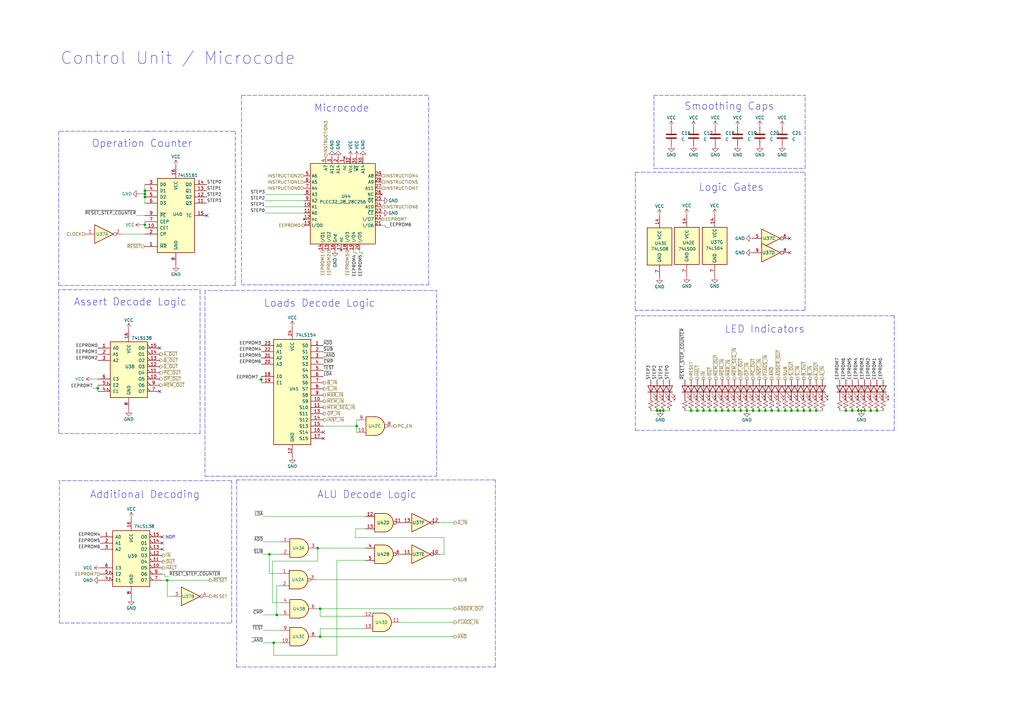
<source format=kicad_sch>
(kicad_sch (version 20211123) (generator eeschema)
  (paper "A3")
  (junction (at 306.324 168.402))
  (junction (at 131.318 249.682))
  (junction (at 286.004 168.402))
  (junction (at 327.152 168.402))
  (junction (at 288.544 168.402))
  (junction (at 346.964 168.402))
  (junction (at 354.584 168.402))
  (junction (at 301.244 168.402))
  (junction (at 130.302 224.79))
  (junction (at 131.318 261.112))
  (junction (at 353.314 168.402))
  (junction (at 322.072 168.402))
  (junction (at 359.664 168.402))
  (junction (at 107.188 155.702))
  (junction (at 283.464 168.402))
  (junction (at 349.504 168.402))
  (junction (at 270.764 168.402))
  (junction (at 357.124 168.402))
  (junction (at 298.704 168.402))
  (junction (at 59.436 92.202))
  (junction (at 303.784 168.402))
  (junction (at 296.164 168.402))
  (junction (at 113.538 252.222))
  (junction (at 311.404 168.402))
  (junction (at 59.436 79.502))
  (junction (at 319.278 168.402))
  (junction (at 68.58 237.998))
  (junction (at 332.232 168.402))
  (junction (at 329.692 168.402))
  (junction (at 146.304 174.752))
  (junction (at 324.612 168.402))
  (junction (at 313.944 168.402))
  (junction (at 352.044 168.402))
  (junction (at 112.268 263.652))
  (junction (at 334.772 168.402))
  (junction (at 40.132 159.258))
  (junction (at 272.034 168.402))
  (junction (at 269.494 168.402))
  (junction (at 110.49 227.33))
  (junction (at 59.436 80.772))
  (junction (at 291.084 168.402))
  (junction (at 316.484 168.402))
  (junction (at 308.864 168.402))
  (junction (at 59.436 78.232))
  (junction (at 293.624 168.402))
  (no_connect (at 66.548 220.218))
  (no_connect (at 84.836 88.392))
  (no_connect (at 65.532 160.528))
  (no_connect (at 132.588 179.832))
  (no_connect (at 132.588 177.292))
  (no_connect (at 66.548 225.298))
  (no_connect (at 66.548 222.758))
  (no_connect (at 65.532 142.748))
  (no_connect (at 323.85 103.632))
  (no_connect (at 323.85 97.79))
  (wire (pts (xy 130.048 237.744) (xy 186.182 237.744)))
  (polyline (pts (xy 297.18 39.116) (xy 330.2 39.116)))
  (wire (pts (xy 280.924 168.402) (xy 283.464 168.402)))
  (wire (pts (xy 301.244 168.402) (xy 303.784 168.402)))
  (wire (pts (xy 138.176 229.87) (xy 149.86 229.87)))
  (wire (pts (xy 59.436 78.232) (xy 59.436 75.692)))
  (wire (pts (xy 37.846 155.448) (xy 40.132 155.448)))
  (wire (pts (xy 110.49 227.33) (xy 115.062 227.33)))
  (wire (pts (xy 50.292 96.012) (xy 59.436 96.012)))
  (wire (pts (xy 291.084 168.402) (xy 293.624 168.402)))
  (wire (pts (xy 308.864 168.402) (xy 311.404 168.402)))
  (wire (pts (xy 69.342 236.474) (xy 67.564 236.474)))
  (wire (pts (xy 108.712 82.296) (xy 124.714 82.296)))
  (wire (pts (xy 68.58 237.998) (xy 85.852 237.998)))
  (polyline (pts (xy 314.706 129.54) (xy 366.776 129.54)))
  (wire (pts (xy 107.95 222.25) (xy 115.062 222.25)))
  (wire (pts (xy 113.538 252.222) (xy 115.062 252.222)))
  (wire (pts (xy 59.436 80.772) (xy 59.436 83.312)))
  (polyline (pts (xy 260.604 127.254) (xy 260.604 70.612)))
  (wire (pts (xy 298.704 168.402) (xy 301.244 168.402)))
  (wire (pts (xy 114.808 240.284) (xy 113.538 240.284)))
  (wire (pts (xy 111.76 230.124) (xy 111.76 247.142)))
  (wire (pts (xy 182.118 227.33) (xy 182.118 220.472)))
  (polyline (pts (xy 24.384 197.104) (xy 24.384 255.524)))
  (polyline (pts (xy 52.324 118.872) (xy 24.13 118.872)))
  (wire (pts (xy 146.304 104.394) (xy 146.304 103.632)))
  (wire (pts (xy 130.302 249.682) (xy 131.318 249.682)))
  (wire (pts (xy 346.964 168.402) (xy 349.504 168.402)))
  (wire (pts (xy 145.034 103.632) (xy 145.034 102.616)))
  (wire (pts (xy 146.304 103.632) (xy 145.034 103.632)))
  (wire (pts (xy 113.538 240.284) (xy 113.538 252.222)))
  (wire (pts (xy 110.49 227.33) (xy 110.49 235.204)))
  (wire (pts (xy 334.772 168.402) (xy 337.312 168.402)))
  (wire (pts (xy 349.504 168.402) (xy 352.044 168.402)))
  (polyline (pts (xy 94.996 255.524) (xy 94.996 197.104)))
  (wire (pts (xy 344.424 168.402) (xy 346.964 168.402)))
  (polyline (pts (xy 96.52 117.094) (xy 96.52 53.848)))
  (wire (pts (xy 146.304 172.212) (xy 146.304 174.752)))
  (wire (pts (xy 59.436 92.202) (xy 59.436 93.472)))
  (wire (pts (xy 147.574 102.616) (xy 147.574 103.632)))
  (wire (pts (xy 131.318 252.73) (xy 131.318 249.682)))
  (wire (pts (xy 145.796 216.916) (xy 149.86 216.916)))
  (wire (pts (xy 59.436 90.932) (xy 59.436 92.202)))
  (wire (pts (xy 67.564 235.458) (xy 66.548 235.458)))
  (polyline (pts (xy 125.73 119.126) (xy 179.07 119.126)))
  (polyline (pts (xy 260.604 70.612) (xy 298.45 70.612)))
  (wire (pts (xy 293.624 168.402) (xy 296.164 168.402)))
  (wire (pts (xy 296.164 168.402) (xy 298.704 168.402)))
  (polyline (pts (xy 82.042 177.8) (xy 82.042 118.872)))
  (polyline (pts (xy 330.2 69.088) (xy 330.2 39.116)))
  (wire (pts (xy 306.324 168.402) (xy 308.864 168.402)))
  (wire (pts (xy 58.166 92.202) (xy 59.436 92.202)))
  (wire (pts (xy 138.176 229.87) (xy 138.176 268.732)))
  (polyline (pts (xy 139.7 39.116) (xy 175.768 39.116)))
  (wire (pts (xy 67.564 236.474) (xy 67.564 235.458)))
  (wire (pts (xy 180.34 214.376) (xy 186.182 214.376)))
  (wire (pts (xy 40.132 157.988) (xy 40.132 159.258)))
  (wire (pts (xy 107.95 252.222) (xy 113.538 252.222)))
  (wire (pts (xy 327.152 168.402) (xy 329.692 168.402)))
  (wire (pts (xy 107.95 263.652) (xy 112.268 263.652)))
  (polyline (pts (xy 125.73 119.126) (xy 84.074 119.126)))
  (wire (pts (xy 38.1 159.258) (xy 40.132 159.258)))
  (polyline (pts (xy 84.074 119.126) (xy 84.074 195.326)))
  (wire (pts (xy 352.044 168.402) (xy 353.314 168.402)))
  (wire (pts (xy 105.918 155.702) (xy 107.188 155.702)))
  (wire (pts (xy 130.302 230.124) (xy 111.76 230.124)))
  (wire (pts (xy 266.954 168.402) (xy 269.494 168.402)))
  (polyline (pts (xy 268.224 39.116) (xy 268.224 69.088)))
  (wire (pts (xy 108.712 79.756) (xy 124.714 79.756)))
  (wire (pts (xy 329.692 168.402) (xy 332.232 168.402)))
  (wire (pts (xy 107.95 211.836) (xy 149.86 211.836)))
  (polyline (pts (xy 260.604 176.53) (xy 366.776 176.53)))
  (polyline (pts (xy 24.384 255.524) (xy 94.996 255.524)))
  (wire (pts (xy 354.584 168.402) (xy 357.124 168.402)))
  (wire (pts (xy 319.278 168.402) (xy 322.072 168.402)))
  (polyline (pts (xy 314.96 129.54) (xy 260.604 129.54)))
  (polyline (pts (xy 52.07 118.872) (xy 82.042 118.872)))
  (wire (pts (xy 182.118 220.472) (xy 145.796 220.472)))
  (wire (pts (xy 108.712 84.836) (xy 124.714 84.836)))
  (wire (pts (xy 112.268 268.732) (xy 112.268 263.652)))
  (polyline (pts (xy 330.2 127.254) (xy 260.604 127.254)))
  (wire (pts (xy 68.58 237.998) (xy 68.58 244.602)))
  (polyline (pts (xy 268.224 69.088) (xy 330.2 69.088)))
  (polyline (pts (xy 260.604 129.54) (xy 260.604 176.53)))
  (wire (pts (xy 149.098 257.81) (xy 131.318 257.81)))
  (wire (pts (xy 108.712 87.376) (xy 124.714 87.376)))
  (wire (pts (xy 322.072 168.402) (xy 324.612 168.402)))
  (polyline (pts (xy 99.06 39.116) (xy 99.06 116.84)))
  (wire (pts (xy 272.034 168.402) (xy 274.574 168.402)))
  (polyline (pts (xy 84.074 195.326) (xy 179.07 195.326)))
  (polyline (pts (xy 97.028 273.558) (xy 203.2 273.558)))
  (wire (pts (xy 131.318 261.112) (xy 186.182 261.112)))
  (wire (pts (xy 147.574 103.632) (xy 148.844 103.632)))
  (wire (pts (xy 40.132 159.258) (xy 40.132 160.528)))
  (wire (pts (xy 55.88 88.392) (xy 59.436 88.392)))
  (wire (pts (xy 359.664 168.402) (xy 362.204 168.402)))
  (wire (pts (xy 112.268 263.652) (xy 115.062 263.652)))
  (wire (pts (xy 332.232 168.402) (xy 334.772 168.402)))
  (wire (pts (xy 148.844 103.632) (xy 148.844 104.394)))
  (polyline (pts (xy 60.198 53.848) (xy 96.52 53.848)))
  (wire (pts (xy 70.612 244.602) (xy 68.58 244.602)))
  (wire (pts (xy 270.764 168.402) (xy 272.034 168.402)))
  (wire (pts (xy 159.766 93.218) (xy 157.988 93.218)))
  (wire (pts (xy 57.15 79.502) (xy 59.436 79.502)))
  (wire (pts (xy 66.548 237.998) (xy 68.58 237.998)))
  (wire (pts (xy 316.484 168.402) (xy 319.278 168.402)))
  (polyline (pts (xy 54.356 197.104) (xy 24.384 197.104)))
  (wire (pts (xy 107.188 155.702) (xy 107.188 156.972)))
  (polyline (pts (xy 366.776 176.53) (xy 366.776 129.54)))
  (wire (pts (xy 182.118 227.33) (xy 180.34 227.33)))
  (polyline (pts (xy 148.844 196.85) (xy 97.028 196.85)))
  (wire (pts (xy 157.988 93.218) (xy 157.988 92.456)))
  (polyline (pts (xy 179.07 195.326) (xy 179.07 119.126)))
  (polyline (pts (xy 99.06 116.84) (xy 175.768 116.84)))
  (polyline (pts (xy 97.028 196.85) (xy 97.028 273.558)))
  (polyline (pts (xy 24.13 117.094) (xy 96.52 117.094)))
  (wire (pts (xy 131.318 257.81) (xy 131.318 261.112)))
  (wire (pts (xy 157.988 92.456) (xy 156.464 92.456)))
  (wire (pts (xy 130.302 224.79) (xy 149.86 224.79)))
  (wire (pts (xy 111.76 247.142) (xy 115.062 247.142)))
  (polyline (pts (xy 24.13 177.8) (xy 82.042 177.8)))
  (polyline (pts (xy 330.2 70.612) (xy 330.2 127.254)))
  (wire (pts (xy 59.436 78.232) (xy 59.436 79.502)))
  (wire (pts (xy 164.338 255.27) (xy 186.182 255.27)))
  (wire (pts (xy 107.95 258.572) (xy 115.062 258.572)))
  (wire (pts (xy 107.188 154.432) (xy 107.188 155.702)))
  (wire (pts (xy 311.404 168.402) (xy 313.944 168.402)))
  (polyline (pts (xy 54.356 197.104) (xy 94.996 197.104)))
  (wire (pts (xy 149.098 252.73) (xy 131.318 252.73)))
  (wire (pts (xy 313.944 168.402) (xy 316.484 168.402)))
  (wire (pts (xy 353.314 168.402) (xy 354.584 168.402)))
  (wire (pts (xy 132.588 174.752) (xy 146.304 174.752)))
  (polyline (pts (xy 298.45 70.612) (xy 330.2 70.612)))
  (wire (pts (xy 303.784 168.402) (xy 306.324 168.402)))
  (polyline (pts (xy 60.452 53.848) (xy 24.13 53.848)))
  (polyline (pts (xy 148.844 196.85) (xy 203.2 196.85)))
  (wire (pts (xy 286.004 168.402) (xy 288.544 168.402)))
  (wire (pts (xy 146.304 174.752) (xy 146.304 177.292)))
  (wire (pts (xy 110.49 235.204) (xy 114.808 235.204)))
  (wire (pts (xy 130.302 261.112) (xy 131.318 261.112)))
  (polyline (pts (xy 24.13 118.872) (xy 24.13 177.8)))
  (wire (pts (xy 131.318 249.682) (xy 186.182 249.682)))
  (polyline (pts (xy 297.18 39.116) (xy 268.224 39.116)))
  (wire (pts (xy 130.302 224.79) (xy 130.302 230.124)))
  (wire (pts (xy 145.796 220.472) (xy 145.796 216.916)))
  (wire (pts (xy 357.124 168.402) (xy 359.664 168.402)))
  (polyline (pts (xy 139.7 39.116) (xy 99.06 39.116)))
  (wire (pts (xy 288.544 168.402) (xy 291.084 168.402)))
  (polyline (pts (xy 24.13 53.848) (xy 24.13 117.094)))
  (polyline (pts (xy 175.768 116.84) (xy 175.768 39.116)))
  (wire (pts (xy 107.95 227.33) (xy 110.49 227.33)))
  (polyline (pts (xy 203.2 273.558) (xy 203.2 196.85)))
  (wire (pts (xy 59.436 79.502) (xy 59.436 80.772)))
  (wire (pts (xy 138.176 268.732) (xy 112.268 268.732)))
  (wire (pts (xy 269.494 168.402) (xy 270.764 168.402)))
  (wire (pts (xy 324.612 168.402) (xy 327.152 168.402)))
  (wire (pts (xy 283.464 168.402) (xy 286.004 168.402)))
  (text "Loads Decode Logic" (at 108.204 126.238 0) (effects (font (size 3 3)) (justify left bottom)))
  (text "Additional Decoding" (at 36.83 204.724 0) (effects (font (size 3 3)) (justify left bottom)))
  (text "ALU Decode Logic" (at 130.048 204.724 0) (effects (font (size 3 3)) (justify left bottom)))
  (text "Smoothing Caps" (at 280.67 45.466 0) (effects (font (size 3 3)) (justify left bottom)))
  (text "NOP" (at 67.818 221.234 0) (effects (font (size 1.27 1.27)) (justify left bottom)))
  (text "Logic Gates" (at 286.512 78.74 0) (effects (font (size 3 3)) (justify left bottom)))
  (text "Assert Decode Logic" (at 30.226 125.73 0) (effects (font (size 3 3)) (justify left bottom)))
  (text "Control Unit / Microcode" (at 24.638 26.924 0) (effects (font (size 5 5)) (justify left bottom)))
  (text "Microcode" (at 128.778 46.228 0) (effects (font (size 3 3)) (justify left bottom)))
  (text "Operation Counter" (at 37.592 60.706 0) (effects (font (size 3 3)) (justify left bottom)))
  (text "LED Indicators" (at 297.18 136.906 0) (effects (font (size 3 3)) (justify left bottom)))
  (label "EEPROM5" (at 349.504 155.702 90))
  (label "EEPROM6" (at 159.766 93.218 0))
  (label "~{_AND}" (at 132.588 146.812 0))
  (label "~{LDA}" (at 132.588 154.432 0))
  (label "EEPROM4" (at 41.148 220.218 180))
  (label "EEPROM2" (at 357.124 155.702 90))
  (label "EEPROM4" (at 146.304 104.394 270))
  (label "EEPROM7" (at 38.1 159.258 180))
  (label "EEPROM4" (at 352.044 155.702 90))
  (label "~{TEST}" (at 132.588 151.892 0))
  (label "~{SUB}" (at 132.588 144.272 0))
  (label "~{_AND}" (at 107.95 263.652 180))
  (label "~{ADD}" (at 132.588 141.732 0))
  (label "EEPROM6" (at 41.148 225.298 180))
  (label "~{LDA}" (at 107.95 211.836 180))
  (label "EEPROM5" (at 107.188 146.812 180))
  (label "~{ADD}" (at 107.95 222.25 180))
  (label "STEP2" (at 84.836 80.772 0))
  (label "EEPROM0" (at 40.132 142.748 180))
  (label "EEPROM6" (at 346.964 155.702 90))
  (label "EEPROM1" (at 359.664 155.702 90))
  (label "EEPROM0" (at 362.204 155.702 90))
  (label "~{CMP}" (at 107.95 252.222 180))
  (label "STEP0" (at 274.574 155.702 90))
  (label "STEP0" (at 108.712 87.376 180))
  (label "EEPROM1" (at 40.132 145.288 180))
  (label "EEPROM3" (at 107.188 141.732 180))
  (label "EEPROM4" (at 107.188 144.272 180))
  (label "~{RESET_STEP_COUNTER}" (at 55.88 88.392 180))
  (label "STEP3" (at 84.836 83.312 0))
  (label "~{RESET_STEP_COUNTER}" (at 69.342 236.474 0))
  (label "~{TEST}" (at 107.95 258.572 180))
  (label "EEPROM5" (at 41.148 222.758 180))
  (label "~{RESET_STEP_COUNTER}" (at 280.924 155.702 90))
  (label "STEP3" (at 108.712 79.756 180))
  (label "EEPROM3" (at 354.584 155.702 90))
  (label "STEP3" (at 266.954 155.702 90))
  (label "EEPROM2" (at 40.132 147.828 180))
  (label "STEP1" (at 108.712 84.836 180))
  (label "~{SUB}" (at 107.95 227.33 180))
  (label "STEP1" (at 272.034 155.702 90))
  (label "EEPROM7" (at 105.918 155.702 180))
  (label "STEP1" (at 84.836 78.232 0))
  (label "EEPROM5" (at 148.844 104.394 270))
  (label "STEP2" (at 269.494 155.702 90))
  (label "STEP2" (at 108.712 82.296 180))
  (label "STEP0" (at 84.836 75.692 0))
  (label "EEPROM6" (at 107.188 149.352 180))
  (label "EEPROM7" (at 344.424 155.702 90))
  (label "~{CMP}" (at 132.588 149.352 0))
  (hierarchical_label "EEPROM2" (shape output) (at 134.874 102.616 270))
  (hierarchical_label "~{AND}" (shape output) (at 316.484 155.702 90))
  (hierarchical_label "~{OP_OUT}" (shape output) (at 303.784 155.702 90))
  (hierarchical_label "~{B_IN}" (shape output) (at 132.588 156.972 0))
  (hierarchical_label "~{ADDER_OUT}" (shape output) (at 319.278 155.702 90))
  (hierarchical_label "~{S_IN}" (shape output) (at 327.152 155.702 90))
  (hierarchical_label "~{S_OUT}" (shape output) (at 324.612 155.702 90))
  (hierarchical_label "~{MEM_OUT}" (shape output) (at 65.532 157.988 0))
  (hierarchical_label "~{MAR_IN}" (shape output) (at 132.588 162.052 0))
  (hierarchical_label "RESET" (shape output) (at 283.464 155.702 90))
  (hierarchical_label "RESET" (shape output) (at 85.852 244.602 0))
  (hierarchical_label "SUB" (shape output) (at 186.182 237.744 0))
  (hierarchical_label "~{OUT}" (shape output) (at 291.084 155.702 90))
  (hierarchical_label "~{B_OUT}" (shape output) (at 65.532 147.828 0))
  (hierarchical_label "~{FLAGS_IN}" (shape output) (at 313.944 155.702 90))
  (hierarchical_label "~{PC_OUT}" (shape output) (at 308.864 155.702 90))
  (hierarchical_label "~{RESET}" (shape output) (at 85.852 237.998 0))
  (hierarchical_label "~{S_IN}" (shape output) (at 132.588 159.512 0))
  (hierarchical_label "~{MEM_IN}" (shape output) (at 296.164 155.702 90))
  (hierarchical_label "~{HALT}" (shape output) (at 66.548 232.918 0))
  (hierarchical_label "INSTRUCTION0" (shape input) (at 124.714 77.216 180))
  (hierarchical_label "~{A_OUT}" (shape output) (at 334.772 155.702 90))
  (hierarchical_label "~{HALT}" (shape output) (at 286.004 155.702 90))
  (hierarchical_label "~{B_OUT}" (shape output) (at 329.692 155.702 90))
  (hierarchical_label "EEPROM1" (shape output) (at 132.334 102.616 270))
  (hierarchical_label "~{B_IN}" (shape output) (at 332.232 155.702 90))
  (hierarchical_label "EEPROM7" (shape output) (at 156.464 89.916 0))
  (hierarchical_label "~{INST_IN}" (shape output) (at 132.588 172.212 0))
  (hierarchical_label "INSTRUCTION2" (shape input) (at 124.714 72.136 180))
  (hierarchical_label "~{A_IN}" (shape output) (at 186.182 214.376 0))
  (hierarchical_label "~{PC_OUT}" (shape output) (at 65.532 152.908 0))
  (hierarchical_label "INSTRUCTION6" (shape input) (at 156.464 84.836 0))
  (hierarchical_label "~{OP_IN}" (shape output) (at 132.588 169.672 0))
  (hierarchical_label "~{FLAGS_IN}" (shape output) (at 186.182 255.27 0))
  (hierarchical_label "EEPROM0" (shape output) (at 124.714 92.456 180))
  (hierarchical_label "~{OUT}" (shape output) (at 66.548 230.378 0))
  (hierarchical_label "~{RESET}" (shape input) (at 59.436 101.092 180))
  (hierarchical_label "INSTRUCTION1" (shape input) (at 124.714 74.676 180))
  (hierarchical_label "~{A_OUT}" (shape output) (at 65.532 145.288 0))
  (hierarchical_label "EEPROM7" (shape input) (at 41.148 235.458 180))
  (hierarchical_label "~{MEM_OUT}" (shape output) (at 293.624 155.702 90))
  (hierarchical_label "~{IN}" (shape output) (at 288.544 155.702 90))
  (hierarchical_label "INSTRUCTION4" (shape input) (at 156.464 72.136 0))
  (hierarchical_label "~{IN}" (shape output) (at 66.548 227.838 0))
  (hierarchical_label "~{MEM_SEG_IN}" (shape output) (at 132.588 167.132 0))
  (hierarchical_label "~{OP_IN}" (shape output) (at 306.324 155.702 90))
  (hierarchical_label "~{S_OUT}" (shape output) (at 65.532 150.368 0))
  (hierarchical_label "~{INST_IN}" (shape output) (at 311.404 155.702 90))
  (hierarchical_label "~{AND}" (shape output) (at 186.182 261.112 0))
  (hierarchical_label "~{OP_OUT}" (shape output) (at 65.532 155.448 0))
  (hierarchical_label "EEPROM3" (shape output) (at 142.494 102.616 270))
  (hierarchical_label "INSTRUCTION3" (shape input) (at 133.604 64.516 90))
  (hierarchical_label "CLOCK" (shape input) (at 35.052 96.012 180))
  (hierarchical_label "~{MAR_IN}" (shape output) (at 298.704 155.702 90))
  (hierarchical_label "PC_EN" (shape output) (at 161.544 174.752 0))
  (hierarchical_label "INSTRUCTION7" (shape input) (at 156.464 77.216 0))
  (hierarchical_label "~{MEM_SEG_IN}" (shape output) (at 301.244 155.702 90))
  (hierarchical_label "SUB" (shape output) (at 322.072 155.702 90))
  (hierarchical_label "~{A_IN}" (shape output) (at 337.312 155.702 90))
  (hierarchical_label "~{ADDER_OUT}" (shape output) (at 186.182 249.682 0))
  (hierarchical_label "INSTRUCTION5" (shape input) (at 156.464 74.676 0))
  (hierarchical_label "~{MEM_IN}" (shape output) (at 132.588 164.592 0))
  (symbol (lib_id "74xx:74LS00") (at 157.48 227.33 0) (unit 2)
    (property "Reference" "U42" (at 157.226 227.33 0))
    (property "Value" "74LS00" (effects hide))
    (property "Datasheet" "http://www.ti.com/lit/gpn/sn74ls00" (effects hide))
  )
  (symbol (lib_id "power:VCC") (at 270.51 88.392 0) (unit 1)
    (property "Reference" "#PWR0171" (effects hide))
    (property "Value" "VCC" (at 270.51 84.582 0))
  )
  (symbol (lib_id "Device:LED") (at 324.612 159.512 90) (unit 1)
    (property "Reference" "D94" (effects hide))
    (property "Value" "LED" (effects hide))
    (property "Footprint" "LED_SMD:LED_0805_2012Metric" (effects hide))
  )
  (symbol (lib_id "74xx:74LS08") (at 122.682 261.112 0) (unit 3)
    (property "Reference" "U43" (at 122.428 261.112 0))
    (property "Value" "74LS08" (effects hide))
    (property "Footprint" "Package_SO:TSSOP-14_4.4x5mm_P0.65mm" (effects hide))
    (property "Datasheet" "http://www.ti.com/lit/gpn/sn74LS08" (effects hide))
  )
  (symbol (lib_id "Device:LED") (at 344.424 159.512 90) (unit 1)
    (property "Reference" "D100" (effects hide))
    (property "Value" "LED" (effects hide))
    (property "Footprint" "LED_SMD:LED_0805_2012Metric" (effects hide))
  )
  (symbol (lib_id "Device:LED") (at 362.204 159.512 90) (unit 1)
    (property "Reference" "D107" (effects hide))
    (property "Value" "LED" (effects hide))
    (property "Footprint" "LED_SMD:LED_0805_2012Metric" (effects hide))
  )
  (symbol (lib_id "Device:R_Small_US") (at 359.664 165.862 0) (unit 1)
    (property "Reference" "R106" (effects hide))
    (property "Value" "R_Small_US" (effects hide))
    (property "Footprint" "Resistor_SMD:R_0805_2012Metric" (effects hide))
  )
  (symbol (lib_id "Device:R_Small_US") (at 334.772 165.862 0) (unit 1)
    (property "Reference" "R98" (effects hide))
    (property "Value" "R_Small_US" (effects hide))
    (property "Footprint" "Resistor_SMD:R_0805_2012Metric" (effects hide))
  )
  (symbol (lib_id "74xx:74LS138") (at 53.848 227.838 0) (unit 1)
    (property "Reference" "U39" (at 52.324 228.092 0) (effects (justify left)))
    (property "Value" "74LS138" (at 54.864 215.9 0) (effects (justify left)))
    (property "Footprint" "Package_SO:TSSOP-16_4.4x5mm_P0.65mm" (effects hide))
    (property "Datasheet" "http://www.ti.com/lit/gpn/sn74LS138" (effects hide))
  )
  (symbol (lib_id "Device:LED") (at 316.484 159.512 90) (unit 1)
    (property "Reference" "D91" (effects hide))
    (property "Value" "LED" (effects hide))
    (property "Footprint" "LED_SMD:LED_0805_2012Metric" (effects hide))
  )
  (symbol (lib_id "power:VCC") (at 143.764 64.516 0) (unit 1)
    (property "Reference" "#PWR0166" (effects hide))
    (property "Value" "VCC" (at 143.764 59.436 90))
  )
  (symbol (lib_id "power:VCC") (at 52.832 135.128 0) (unit 1)
    (property "Reference" "#PWR0153" (effects hide))
    (property "Value" "VCC" (at 52.832 131.318 0))
  )
  (symbol (lib_id "Device:LED") (at 280.924 159.512 90) (unit 1)
    (property "Reference" "D77" (effects hide))
    (property "Value" "LED" (effects hide))
    (property "Footprint" "LED_SMD:LED_0805_2012Metric" (effects hide))
  )
  (symbol (lib_id "power:GND") (at 138.684 64.516 180) (unit 1)
    (property "Reference" "#PWR0165" (effects hide))
    (property "Value" "GND" (at 138.684 59.436 90))
  )
  (symbol (lib_id "Device:R_Small_US") (at 357.124 165.862 0) (unit 1)
    (property "Reference" "R105" (effects hide))
    (property "Value" "R_Small_US" (effects hide))
    (property "Footprint" "Resistor_SMD:R_0805_2012Metric" (effects hide))
  )
  (symbol (lib_id "Device:LED") (at 286.004 159.512 90) (unit 1)
    (property "Reference" "D79" (effects hide))
    (property "Value" "LED" (effects hide))
    (property "Footprint" "LED_SMD:LED_0805_2012Metric" (effects hide))
  )
  (symbol (lib_id "power:VCC") (at 72.136 68.072 0) (unit 1)
    (property "Reference" "#PWR0159" (effects hide))
    (property "Value" "VCC" (at 72.136 64.262 0))
  )
  (symbol (lib_id "Device:LED") (at 337.312 159.512 90) (unit 1)
    (property "Reference" "D99" (effects hide))
    (property "Value" "LED" (effects hide))
    (property "Footprint" "LED_SMD:LED_0805_2012Metric" (effects hide))
  )
  (symbol (lib_id "Device:R_Small_US") (at 291.084 165.862 0) (unit 1)
    (property "Reference" "R81" (effects hide))
    (property "Value" "R_Small_US" (effects hide))
    (property "Footprint" "Resistor_SMD:R_0805_2012Metric" (effects hide))
  )
  (symbol (lib_id "Device:R_Small_US") (at 283.464 165.862 0) (unit 1)
    (property "Reference" "R78" (effects hide))
    (property "Value" "R_Small_US" (effects hide))
    (property "Footprint" "Resistor_SMD:R_0805_2012Metric" (effects hide))
  )
  (symbol (lib_id "74xx:74LS04") (at 78.232 244.602 0) (unit 2)
    (property "Reference" "U37" (at 77.216 244.602 0))
    (property "Value" "74LS04" (effects hide))
    (property "Footprint" "Package_SO:TSSOP-14_4.4x5mm_P0.65mm" (effects hide))
    (property "Datasheet" "http://www.ti.com/lit/gpn/sn74LS04" (effects hide))
  )
  (symbol (lib_id "74xx:74LS154") (at 119.888 159.512 0) (unit 1)
    (property "Reference" "U41" (at 118.618 159.512 0) (effects (justify left)))
    (property "Value" "74LS154" (at 121.158 137.414 0) (effects (justify left)))
    (property "Footprint" "Package_SO:SOIC-24W_7.5x15.4mm_P1.27mm" (effects hide))
    (property "Datasheet" "http://www.ti.com/lit/gpn/sn74LS154" (effects hide))
  )
  (symbol (lib_id "Device:R_Small_US") (at 269.494 165.862 0) (unit 1)
    (property "Reference" "R74" (effects hide))
    (property "Value" "R_Small_US" (effects hide))
    (property "Footprint" "Resistor_SMD:R_0805_2012Metric" (effects hide))
  )
  (symbol (lib_id "power:VCC") (at 284.48 52.07 0) (unit 1)
    (property "Reference" "#PWR0178" (effects hide))
    (property "Value" "VCC" (at 284.48 48.26 0))
  )
  (symbol (lib_id "Device:R_Small_US") (at 324.612 165.862 0) (unit 1)
    (property "Reference" "R94" (effects hide))
    (property "Value" "R_Small_US" (effects hide))
    (property "Footprint" "Resistor_SMD:R_0805_2012Metric" (effects hide))
  )
  (symbol (lib_id "Device:R_Small_US") (at 352.044 165.862 0) (unit 1)
    (property "Reference" "R103" (effects hide))
    (property "Value" "R_Small_US" (effects hide))
    (property "Footprint" "Resistor_SMD:R_0805_2012Metric" (effects hide))
  )
  (symbol (lib_id "Device:R_Small_US") (at 272.034 165.862 0) (unit 1)
    (property "Reference" "R75" (effects hide))
    (property "Value" "R_Small_US" (effects hide))
    (property "Footprint" "Resistor_SMD:R_0805_2012Metric" (effects hide))
  )
  (symbol (lib_id "Device:LED") (at 319.278 159.512 90) (unit 1)
    (property "Reference" "D92" (effects hide))
    (property "Value" "LED" (effects hide))
    (property "Footprint" "LED_SMD:LED_0805_2012Metric" (effects hide))
  )
  (symbol (lib_id "Device:R_Small_US") (at 308.864 165.862 0) (unit 1)
    (property "Reference" "R88" (effects hide))
    (property "Value" "R_Small_US" (effects hide))
    (property "Footprint" "Resistor_SMD:R_0805_2012Metric" (effects hide))
  )
  (symbol (lib_id "Device:R_Small_US") (at 319.278 165.862 0) (unit 1)
    (property "Reference" "R92" (effects hide))
    (property "Value" "R_Small_US" (effects hide))
    (property "Footprint" "Resistor_SMD:R_0805_2012Metric" (effects hide))
  )
  (symbol (lib_id "power:GND") (at 57.15 79.502 270) (unit 1)
    (property "Reference" "#PWR0157" (effects hide))
    (property "Value" "GND" (at 52.07 79.502 90))
  )
  (symbol (lib_id "Device:R_Small_US") (at 298.704 165.862 0) (unit 1)
    (property "Reference" "R84" (effects hide))
    (property "Value" "R_Small_US" (effects hide))
    (property "Footprint" "Resistor_SMD:R_0805_2012Metric" (effects hide))
  )
  (symbol (lib_id "power:VCC") (at 58.166 92.202 90) (unit 1)
    (property "Reference" "#PWR0158" (effects hide))
    (property "Value" "VCC" (at 53.34 92.202 90))
  )
  (symbol (lib_id "Device:C") (at 311.658 55.88 0) (unit 1)
    (property "Reference" "C20" (at 315.722 54.6099 0) (effects (justify left)))
    (property "Value" "C" (at 315.722 57.1499 0) (effects (justify left)))
    (property "Footprint" "Capacitor_SMD:C_0805_2012Metric" (effects hide))
  )
  (symbol (lib_id "Device:LED") (at 329.692 159.512 90) (unit 1)
    (property "Reference" "D96" (effects hide))
    (property "Value" "LED" (effects hide))
    (property "Footprint" "LED_SMD:LED_0805_2012Metric" (effects hide))
  )
  (symbol (lib_id "74xx:74LS08") (at 122.682 224.79 0) (unit 1)
    (property "Reference" "U43" (at 122.428 224.79 0))
    (property "Value" "74LS08" (effects hide))
    (property "Footprint" "Package_SO:TSSOP-14_4.4x5mm_P0.65mm" (effects hide))
    (property "Datasheet" "http://www.ti.com/lit/gpn/sn74LS08" (effects hide))
  )
  (symbol (lib_id "power:VCC") (at 293.116 88.138 0) (unit 1)
    (property "Reference" "#PWR0180" (effects hide))
    (property "Value" "VCC" (at 293.116 84.328 0))
  )
  (symbol (lib_id "Device:R_Small_US") (at 293.624 165.862 0) (unit 1)
    (property "Reference" "R82" (effects hide))
    (property "Value" "R_Small_US" (effects hide))
    (property "Footprint" "Resistor_SMD:R_0805_2012Metric" (effects hide))
  )
  (symbol (lib_id "74xx:74LS00") (at 157.48 214.376 0) (unit 4)
    (property "Reference" "U42" (at 157.226 214.376 0))
    (property "Value" "74LS00" (effects hide))
    (property "Datasheet" "http://www.ti.com/lit/gpn/sn74ls00" (effects hide))
  )
  (symbol (lib_id "74xx:74LS08") (at 122.682 249.682 0) (unit 2)
    (property "Reference" "U43" (at 122.682 249.682 0))
    (property "Value" "74LS08" (effects hide))
    (property "Footprint" "Package_SO:TSSOP-14_4.4x5mm_P0.65mm" (effects hide))
    (property "Datasheet" "http://www.ti.com/lit/gpn/sn74LS08" (effects hide))
  )
  (symbol (lib_id "Device:R_Small_US") (at 354.584 165.862 0) (unit 1)
    (property "Reference" "R104" (effects hide))
    (property "Value" "R_Small_US" (effects hide))
    (property "Footprint" "Resistor_SMD:R_0805_2012Metric" (effects hide))
  )
  (symbol (lib_id "power:GND") (at 320.802 59.69 0) (unit 1)
    (property "Reference" "#PWR0192" (effects hide))
    (property "Value" "GND" (at 320.802 63.5 0))
  )
  (symbol (lib_id "power:GND") (at 148.844 64.516 180) (unit 1)
    (property "Reference" "#PWR0168" (effects hide))
    (property "Value" "GND" (at 148.844 59.436 90))
  )
  (symbol (lib_id "Device:R_Small_US") (at 349.504 165.862 0) (unit 1)
    (property "Reference" "R102" (effects hide))
    (property "Value" "R_Small_US" (effects hide))
    (property "Footprint" "Resistor_SMD:R_0805_2012Metric" (effects hide))
  )
  (symbol (lib_id "power:VCC") (at 53.848 212.598 0) (unit 1)
    (property "Reference" "#PWR0155" (effects hide))
    (property "Value" "VCC" (at 53.848 208.788 0))
  )
  (symbol (lib_id "74xx:74LS04") (at 293.116 100.838 0) (unit 7)
    (property "Reference" "U37" (at 291.338 99.314 0) (effects (justify left)))
    (property "Value" "74LS04" (at 289.306 101.854 0) (effects (justify left)))
    (property "Footprint" "Package_SO:TSSOP-14_4.4x5mm_P0.65mm" (effects hide))
    (property "Datasheet" "http://www.ti.com/lit/gpn/sn74LS04" (effects hide))
  )
  (symbol (lib_id "Device:LED") (at 354.584 159.512 90) (unit 1)
    (property "Reference" "D104" (effects hide))
    (property "Value" "LED" (effects hide))
    (property "Footprint" "LED_SMD:LED_0805_2012Metric" (effects hide))
  )
  (symbol (lib_id "Device:R_Small_US") (at 327.152 165.862 0) (unit 1)
    (property "Reference" "R95" (effects hide))
    (property "Value" "R_Small_US" (effects hide))
    (property "Footprint" "Resistor_SMD:R_0805_2012Metric" (effects hide))
  )
  (symbol (lib_id "power:GND") (at 53.848 245.618 0) (unit 1)
    (property "Reference" "#PWR0156" (effects hide))
    (property "Value" "GND" (at 53.848 249.428 0))
  )
  (symbol (lib_id "74xx:74LS04") (at 316.23 97.79 0) (unit 3)
    (property "Reference" "U37" (at 315.468 97.79 0))
    (property "Value" "74LS04" (effects hide))
    (property "Footprint" "Package_SO:TSSOP-14_4.4x5mm_P0.65mm" (effects hide))
    (property "Datasheet" "http://www.ti.com/lit/gpn/sn74LS04" (effects hide))
  )
  (symbol (lib_id "Device:LED") (at 346.964 159.512 90) (unit 1)
    (property "Reference" "D101" (effects hide))
    (property "Value" "LED" (effects hide))
    (property "Footprint" "LED_SMD:LED_0805_2012Metric" (effects hide))
  )
  (symbol (lib_id "Device:LED") (at 266.954 159.512 90) (unit 1)
    (property "Reference" "D73" (effects hide))
    (property "Value" "LED" (effects hide))
    (property "Footprint" "LED_SMD:LED_0805_2012Metric" (effects hide))
  )
  (symbol (lib_id "Device:R_Small_US") (at 322.072 165.862 0) (unit 1)
    (property "Reference" "R93" (effects hide))
    (property "Value" "R_Small_US" (effects hide))
    (property "Footprint" "Resistor_SMD:R_0805_2012Metric" (effects hide))
  )
  (symbol (lib_id "power:VCC") (at 41.148 232.918 90) (unit 1)
    (property "Reference" "#PWR0151" (effects hide))
    (property "Value" "VCC" (at 36.068 232.918 90))
  )
  (symbol (lib_id "Device:LED") (at 301.244 159.512 90) (unit 1)
    (property "Reference" "D85" (effects hide))
    (property "Value" "LED" (effects hide))
    (property "Footprint" "LED_SMD:LED_0805_2012Metric" (effects hide))
  )
  (symbol (lib_id "power:GND") (at 284.48 59.69 0) (unit 1)
    (property "Reference" "#PWR0179" (effects hide))
    (property "Value" "GND" (at 284.48 63.5 0))
  )
  (symbol (lib_id "power:GND") (at 137.414 102.616 0) (unit 1)
    (property "Reference" "#PWR0164" (effects hide))
    (property "Value" "GND" (at 137.414 107.696 90))
  )
  (symbol (lib_id "74xx:74LS161") (at 72.136 88.392 0) (unit 1)
    (property "Reference" "U40" (at 70.866 87.884 0) (effects (justify left)))
    (property "Value" "74LS161" (at 72.644 71.882 0) (effects (justify left)))
    (property "Footprint" "Package_SO:SOIC-16_3.9x9.9mm_P1.27mm" (effects hide))
    (property "Datasheet" "http://www.ti.com/lit/gpn/sn74LS161" (effects hide))
  )
  (symbol (lib_id "power:GND") (at 52.832 168.148 0) (unit 1)
    (property "Reference" "#PWR0154" (effects hide))
    (property "Value" "GND" (at 52.832 171.958 0))
  )
  (symbol (lib_id "Stephen:PLCC32_28_28C256") (at 139.954 82.296 0) (unit 1)
    (property "Reference" "U44" (at 139.954 80.518 0) (effects (justify left)))
    (property "Value" "PLCC32_28_28C256" (at 131.064 82.804 0) (effects (justify left)))
    (property "Footprint" "Stephenv6:PLCC-32-SOCKET-Microchip-32J-10_2001-B-IPC_A" (effects hide))
    (property "Datasheet" "http://ww1.microchip.com/downloads/en/DeviceDoc/doc0006.pdf" (effects hide))
  )
  (symbol (lib_id "power:GND") (at 72.136 108.712 0) (unit 1)
    (property "Reference" "#PWR0160" (effects hide))
    (property "Value" "GND" (at 72.136 112.522 0))
  )
  (symbol (lib_id "Device:LED") (at 283.464 159.512 90) (unit 1)
    (property "Reference" "D78" (effects hide))
    (property "Value" "LED" (effects hide))
    (property "Footprint" "LED_SMD:LED_0805_2012Metric" (effects hide))
  )
  (symbol (lib_id "74xx:74LS04") (at 172.72 227.33 0) (unit 5)
    (property "Reference" "U37" (at 171.704 227.33 0))
    (property "Value" "74LS04" (effects hide))
    (property "Footprint" "Package_SO:TSSOP-14_4.4x5mm_P0.65mm" (effects hide))
    (property "Datasheet" "http://www.ti.com/lit/gpn/sn74LS04" (effects hide))
  )
  (symbol (lib_id "Device:R_Small_US") (at 301.244 165.862 0) (unit 1)
    (property "Reference" "R85" (effects hide))
    (property "Value" "R_Small_US" (effects hide))
    (property "Footprint" "Resistor_SMD:R_0805_2012Metric" (effects hide))
  )
  (symbol (lib_id "Device:R_Small_US") (at 337.312 165.862 0) (unit 1)
    (property "Reference" "R99" (effects hide))
    (property "Value" "R_Small_US" (effects hide))
    (property "Footprint" "Resistor_SMD:R_0805_2012Metric" (effects hide))
  )
  (symbol (lib_id "Device:R_Small_US") (at 316.484 165.862 0) (unit 1)
    (property "Reference" "R91" (effects hide))
    (property "Value" "R_Small_US" (effects hide))
    (property "Footprint" "Resistor_SMD:R_0805_2012Metric" (effects hide))
  )
  (symbol (lib_id "power:VCC") (at 119.888 134.112 0) (unit 1)
    (property "Reference" "#PWR0161" (effects hide))
    (property "Value" "VCC" (at 119.888 130.302 0))
  )
  (symbol (lib_id "Device:R_Small_US") (at 266.954 165.862 0) (unit 1)
    (property "Reference" "R73" (effects hide))
    (property "Value" "R_Small_US" (effects hide))
    (property "Footprint" "Resistor_SMD:R_0805_2012Metric" (effects hide))
  )
  (symbol (lib_id "power:GND") (at 293.37 59.69 0) (unit 1)
    (property "Reference" "#PWR0183" (effects hide))
    (property "Value" "GND" (at 293.37 63.5 0))
  )
  (symbol (lib_id "power:GND") (at 281.686 113.538 0) (unit 1)
    (property "Reference" "#PWR0177" (effects hide))
    (property "Value" "GND" (at 281.686 117.348 0))
  )
  (symbol (lib_id "power:VCC") (at 320.802 52.07 0) (unit 1)
    (property "Reference" "#PWR0191" (effects hide))
    (property "Value" "VCC" (at 320.802 48.26 0))
  )
  (symbol (lib_id "Device:LED") (at 334.772 159.512 90) (unit 1)
    (property "Reference" "D98" (effects hide))
    (property "Value" "LED" (effects hide))
    (property "Footprint" "LED_SMD:LED_0805_2012Metric" (effects hide))
  )
  (symbol (lib_id "power:VCC") (at 37.846 155.448 90) (unit 1)
    (property "Reference" "#PWR0150" (effects hide))
    (property "Value" "VCC" (at 32.766 155.448 90))
  )
  (symbol (lib_id "Device:LED") (at 322.072 159.512 90) (unit 1)
    (property "Reference" "D93" (effects hide))
    (property "Value" "LED" (effects hide))
    (property "Footprint" "LED_SMD:LED_0805_2012Metric" (effects hide))
  )
  (symbol (lib_id "Device:LED") (at 332.232 159.512 90) (unit 1)
    (property "Reference" "D97" (effects hide))
    (property "Value" "LED" (effects hide))
    (property "Footprint" "LED_SMD:LED_0805_2012Metric" (effects hide))
  )
  (symbol (lib_id "power:GND") (at 136.144 64.516 180) (unit 1)
    (property "Reference" "#PWR0163" (effects hide))
    (property "Value" "GND" (at 136.144 59.436 90))
  )
  (symbol (lib_id "Device:LED") (at 352.044 159.512 90) (unit 1)
    (property "Reference" "D103" (effects hide))
    (property "Value" "LED" (effects hide))
    (property "Footprint" "LED_SMD:LED_0805_2012Metric" (effects hide))
  )
  (symbol (lib_id "Device:LED") (at 357.124 159.512 90) (unit 1)
    (property "Reference" "D105" (effects hide))
    (property "Value" "LED" (effects hide))
    (property "Footprint" "LED_SMD:LED_0805_2012Metric" (effects hide))
  )
  (symbol (lib_id "Device:LED") (at 303.784 159.512 90) (unit 1)
    (property "Reference" "D86" (effects hide))
    (property "Value" "LED" (effects hide))
    (property "Footprint" "LED_SMD:LED_0805_2012Metric" (effects hide))
  )
  (symbol (lib_id "power:GND") (at 302.514 59.69 0) (unit 1)
    (property "Reference" "#PWR0185" (effects hide))
    (property "Value" "GND" (at 302.514 63.5 0))
  )
  (symbol (lib_id "Device:LED") (at 269.494 159.512 90) (unit 1)
    (property "Reference" "D74" (effects hide))
    (property "Value" "LED" (effects hide))
    (property "Footprint" "LED_SMD:LED_0805_2012Metric" (effects hide))
  )
  (symbol (lib_id "74xx:74LS04") (at 316.23 103.632 0) (unit 4)
    (property "Reference" "U37" (at 315.214 103.632 0))
    (property "Value" "74LS04" (effects hide))
    (property "Footprint" "Package_SO:TSSOP-14_4.4x5mm_P0.65mm" (effects hide))
    (property "Datasheet" "http://www.ti.com/lit/gpn/sn74LS04" (effects hide))
  )
  (symbol (lib_id "Device:C") (at 284.48 55.88 0) (unit 1)
    (property "Reference" "C17" (at 288.544 54.6099 0) (effects (justify left)))
    (property "Value" "C" (at 288.544 57.1499 0) (effects (justify left)))
    (property "Footprint" "Capacitor_SMD:C_0805_2012Metric" (effects hide))
  )
  (symbol (lib_id "Device:LED") (at 349.504 159.512 90) (unit 1)
    (property "Reference" "D102" (effects hide))
    (property "Value" "LED" (effects hide))
    (property "Footprint" "LED_SMD:LED_0805_2012Metric" (effects hide))
  )
  (symbol (lib_id "Device:R_Small_US") (at 280.924 165.862 0) (unit 1)
    (property "Reference" "R77" (effects hide))
    (property "Value" "R_Small_US" (effects hide))
    (property "Footprint" "Resistor_SMD:R_0805_2012Metric" (effects hide))
  )
  (symbol (lib_id "Device:LED") (at 327.152 159.512 90) (unit 1)
    (property "Reference" "D95" (effects hide))
    (property "Value" "LED" (effects hide))
    (property "Footprint" "LED_SMD:LED_0805_2012Metric" (effects hide))
  )
  (symbol (lib_id "Device:R_Small_US") (at 346.964 165.862 0) (unit 1)
    (property "Reference" "R101" (effects hide))
    (property "Value" "R_Small_US" (effects hide))
    (property "Footprint" "Resistor_SMD:R_0805_2012Metric" (effects hide))
  )
  (symbol (lib_id "Device:LED") (at 313.944 159.512 90) (unit 1)
    (property "Reference" "D90" (effects hide))
    (property "Value" "LED" (effects hide))
    (property "Footprint" "LED_SMD:LED_0805_2012Metric" (effects hide))
  )
  (symbol (lib_id "power:GND") (at 270.764 168.402 0) (unit 1)
    (property "Reference" "#PWR0173" (effects hide))
    (property "Value" "GND" (at 270.764 172.212 0))
  )
  (symbol (lib_id "power:VCC") (at 302.514 52.07 0) (unit 1)
    (property "Reference" "#PWR0184" (effects hide))
    (property "Value" "VCC" (at 302.514 48.26 0))
  )
  (symbol (lib_id "Device:LED") (at 298.704 159.512 90) (unit 1)
    (property "Reference" "D84" (effects hide))
    (property "Value" "LED" (effects hide))
    (property "Footprint" "LED_SMD:LED_0805_2012Metric" (effects hide))
  )
  (symbol (lib_id "power:GND") (at 308.61 97.79 270) (unit 1)
    (property "Reference" "#PWR0187" (effects hide))
    (property "Value" "GND" (at 303.53 97.79 90))
  )
  (symbol (lib_id "74xx:74LS138") (at 52.832 150.368 0) (unit 1)
    (property "Reference" "U38" (at 51.308 150.368 0) (effects (justify left)))
    (property "Value" "74LS138" (at 53.848 138.684 0) (effects (justify left)))
    (property "Footprint" "Package_SO:TSSOP-16_4.4x5mm_P0.65mm" (effects hide))
    (property "Datasheet" "http://www.ti.com/lit/gpn/sn74LS138" (effects hide))
  )
  (symbol (lib_id "Device:LED") (at 296.164 159.512 90) (unit 1)
    (property "Reference" "D83" (effects hide))
    (property "Value" "LED" (effects hide))
    (property "Footprint" "LED_SMD:LED_0805_2012Metric" (effects hide))
  )
  (symbol (lib_id "Device:LED") (at 293.624 159.512 90) (unit 1)
    (property "Reference" "D82" (effects hide))
    (property "Value" "LED" (effects hide))
    (property "Footprint" "LED_SMD:LED_0805_2012Metric" (effects hide))
  )
  (symbol (lib_id "power:VCC") (at 311.658 52.07 0) (unit 1)
    (property "Reference" "#PWR0189" (effects hide))
    (property "Value" "VCC" (at 311.658 48.26 0))
  )
  (symbol (lib_id "Device:R_Small_US") (at 288.544 165.862 0) (unit 1)
    (property "Reference" "R80" (effects hide))
    (property "Value" "R_Small_US" (effects hide))
    (property "Footprint" "Resistor_SMD:R_0805_2012Metric" (effects hide))
  )
  (symbol (lib_id "74xx:74LS00") (at 281.686 100.838 0) (unit 5)
    (property "Reference" "U42" (at 279.908 99.568 0) (effects (justify left)))
    (property "Value" "74LS00" (at 278.13 102.108 0) (effects (justify left)))
    (property "Footprint" "Package_SO:TSSOP-14_4.4x5mm_P0.65mm" (effects hide))
    (property "Datasheet" "http://www.ti.com/lit/gpn/sn74ls00" (effects hide))
  )
  (symbol (lib_id "Device:C") (at 275.336 55.88 0) (unit 1)
    (property "Reference" "C16" (at 279.4 54.6099 0) (effects (justify left)))
    (property "Value" "C" (at 279.4 57.1499 0) (effects (justify left)))
    (property "Footprint" "Capacitor_SMD:C_0805_2012Metric" (effects hide))
  )
  (symbol (lib_id "74xx:74LS04") (at 172.72 214.376 0) (unit 6)
    (property "Reference" "U37" (at 171.704 214.376 0))
    (property "Value" "74LS04" (effects hide))
    (property "Footprint" "Package_SO:TSSOP-14_4.4x5mm_P0.65mm" (effects hide))
    (property "Datasheet" "http://www.ti.com/lit/gpn/sn74LS04" (effects hide))
  )
  (symbol (lib_id "power:GND") (at 293.116 113.538 0) (unit 1)
    (property "Reference" "#PWR0181" (effects hide))
    (property "Value" "GND" (at 293.116 117.348 0))
  )
  (symbol (lib_id "power:GND") (at 270.51 113.792 0) (unit 1)
    (property "Reference" "#PWR0172" (effects hide))
    (property "Value" "GND" (at 270.51 117.602 0))
  )
  (symbol (lib_id "74xx:74LS04") (at 42.672 96.012 0) (unit 1)
    (property "Reference" "U37" (at 41.91 96.012 0))
    (property "Value" "74LS04" (effects hide))
    (property "Footprint" "Package_SO:TSSOP-14_4.4x5mm_P0.65mm" (effects hide))
    (property "Datasheet" "http://www.ti.com/lit/gpn/sn74LS04" (effects hide))
  )
  (symbol (lib_id "Device:R_Small_US") (at 362.204 165.862 0) (unit 1)
    (property "Reference" "R107" (effects hide))
    (property "Value" "R_Small_US" (effects hide))
    (property "Footprint" "Resistor_SMD:R_0805_2012Metric" (effects hide))
  )
  (symbol (lib_id "power:GND") (at 275.336 59.69 0) (unit 1)
    (property "Reference" "#PWR0175" (effects hide))
    (property "Value" "GND" (at 275.336 63.5 0))
  )
  (symbol (lib_id "74xx:74LS08") (at 156.718 255.27 0) (unit 4)
    (property "Reference" "U43" (at 156.464 255.27 0))
    (property "Value" "74LS08" (effects hide))
    (property "Footprint" "Package_SO:TSSOP-14_4.4x5mm_P0.65mm" (effects hide))
    (property "Datasheet" "http://www.ti.com/lit/gpn/sn74LS08" (effects hide))
  )
  (symbol (lib_id "Device:LED") (at 272.034 159.512 90) (unit 1)
    (property "Reference" "D75" (effects hide))
    (property "Value" "LED" (effects hide))
    (property "Footprint" "LED_SMD:LED_0805_2012Metric" (effects hide))
  )
  (symbol (lib_id "power:GND") (at 119.888 187.452 0) (unit 1)
    (property "Reference" "#PWR0162" (effects hide))
    (property "Value" "GND" (at 119.888 191.262 0))
  )
  (symbol (lib_id "power:VCC") (at 293.37 52.07 0) (unit 1)
    (property "Reference" "#PWR0182" (effects hide))
    (property "Value" "VCC" (at 293.37 48.26 0))
  )
  (symbol (lib_id "Device:LED") (at 291.084 159.512 90) (unit 1)
    (property "Reference" "D81" (effects hide))
    (property "Value" "LED" (effects hide))
    (property "Footprint" "LED_SMD:LED_0805_2012Metric" (effects hide))
  )
  (symbol (lib_id "power:VCC") (at 146.304 64.516 0) (unit 1)
    (property "Reference" "#PWR0167" (effects hide))
    (property "Value" "VCC" (at 146.304 59.436 90))
  )
  (symbol (lib_id "power:VCC") (at 281.686 88.138 0) (unit 1)
    (property "Reference" "#PWR0176" (effects hide))
    (property "Value" "VCC" (at 281.686 84.328 0))
  )
  (symbol (lib_id "Device:C") (at 293.37 55.88 0) (unit 1)
    (property "Reference" "C18" (at 297.434 54.6099 0) (effects (justify left)))
    (property "Value" "C" (at 297.434 57.1499 0) (effects (justify left)))
    (property "Footprint" "Capacitor_SMD:C_0805_2012Metric" (effects hide))
  )
  (symbol (lib_id "Device:LED") (at 308.864 159.512 90) (unit 1)
    (property "Reference" "D88" (effects hide))
    (property "Value" "LED" (effects hide))
    (property "Footprint" "LED_SMD:LED_0805_2012Metric" (effects hide))
  )
  (symbol (lib_id "Device:LED") (at 306.324 159.512 90) (unit 1)
    (property "Reference" "D87" (effects hide))
    (property "Value" "LED" (effects hide))
    (property "Footprint" "LED_SMD:LED_0805_2012Metric" (effects hide))
  )
  (symbol (lib_id "Device:R_Small_US") (at 313.944 165.862 0) (unit 1)
    (property "Reference" "R90" (effects hide))
    (property "Value" "R_Small_US" (effects hide))
    (property "Footprint" "Resistor_SMD:R_0805_2012Metric" (effects hide))
  )
  (symbol (lib_id "Device:LED") (at 288.544 159.512 90) (unit 1)
    (property "Reference" "D80" (effects hide))
    (property "Value" "LED" (effects hide))
    (property "Footprint" "LED_SMD:LED_0805_2012Metric" (effects hide))
  )
  (symbol (lib_id "Device:C") (at 320.802 55.88 0) (unit 1)
    (property "Reference" "C21" (at 324.866 54.6099 0) (effects (justify left)))
    (property "Value" "C" (at 324.866 57.1499 0) (effects (justify left)))
    (property "Footprint" "Capacitor_SMD:C_0805_2012Metric" (effects hide))
  )
  (symbol (lib_id "power:GND") (at 311.658 59.69 0) (unit 1)
    (property "Reference" "#PWR0190" (effects hide))
    (property "Value" "GND" (at 311.658 63.5 0))
  )
  (symbol (lib_id "Device:R_Small_US") (at 329.692 165.862 0) (unit 1)
    (property "Reference" "R96" (effects hide))
    (property "Value" "R_Small_US" (effects hide))
    (property "Footprint" "Resistor_SMD:R_0805_2012Metric" (effects hide))
  )
  (symbol (lib_id "Device:R_Small_US") (at 306.324 165.862 0) (unit 1)
    (property "Reference" "R87" (effects hide))
    (property "Value" "R_Small_US" (effects hide))
    (property "Footprint" "Resistor_SMD:R_0805_2012Metric" (effects hide))
  )
  (symbol (lib_id "74xx:74LS08") (at 270.51 101.092 0) (unit 5)
    (property "Reference" "U43" (at 268.478 99.822 0) (effects (justify left)))
    (property "Value" "74LS08" (at 266.954 102.108 0) (effects (justify left)))
    (property "Footprint" "Package_SO:TSSOP-14_4.4x5mm_P0.65mm" (effects hide))
    (property "Datasheet" "http://www.ti.com/lit/gpn/sn74LS08" (effects hide))
  )
  (symbol (lib_id "Device:LED") (at 274.574 159.512 90) (unit 1)
    (property "Reference" "D76" (effects hide))
    (property "Value" "LED" (effects hide))
    (property "Footprint" "LED_SMD:LED_0805_2012Metric" (effects hide))
  )
  (symbol (lib_id "Device:C") (at 302.514 55.88 0) (unit 1)
    (property "Reference" "C19" (at 306.578 54.6099 0) (effects (justify left)))
    (property "Value" "C" (at 306.578 57.1499 0) (effects (justify left)))
    (property "Footprint" "Capacitor_SMD:C_0805_2012Metric" (effects hide))
  )
  (symbol (lib_id "Device:R_Small_US") (at 332.232 165.862 0) (unit 1)
    (property "Reference" "R97" (effects hide))
    (property "Value" "R_Small_US" (effects hide))
    (property "Footprint" "Resistor_SMD:R_0805_2012Metric" (effects hide))
  )
  (symbol (lib_id "Device:R_Small_US") (at 274.574 165.862 0) (unit 1)
    (property "Reference" "R76" (effects hide))
    (property "Value" "R_Small_US" (effects hide))
    (property "Footprint" "Resistor_SMD:R_0805_2012Metric" (effects hide))
  )
  (symbol (lib_id "74xx:74LS00") (at 122.428 237.744 0) (unit 1)
    (property "Reference" "U42" (at 122.174 237.744 0))
    (property "Value" "74LS00" (effects hide))
    (property "Datasheet" "http://www.ti.com/lit/gpn/sn74ls00" (effects hide))
  )
  (symbol (lib_id "Device:LED") (at 359.664 159.512 90) (unit 1)
    (property "Reference" "D106" (effects hide))
    (property "Value" "LED" (effects hide))
    (property "Footprint" "LED_SMD:LED_0805_2012Metric" (effects hide))
  )
  (symbol (lib_id "power:GND") (at 353.314 168.402 0) (unit 1)
    (property "Reference" "#PWR0193" (effects hide))
    (property "Value" "GND" (at 353.314 172.212 0))
  )
  (symbol (lib_id "Device:R_Small_US") (at 344.424 165.862 0) (unit 1)
    (property "Reference" "R100" (effects hide))
    (property "Value" "R_Small_US" (effects hide))
    (property "Footprint" "Resistor_SMD:R_0805_2012Metric" (effects hide))
  )
  (symbol (lib_id "Device:R_Small_US") (at 296.164 165.862 0) (unit 1)
    (property "Reference" "R83" (effects hide))
    (property "Value" "R_Small_US" (effects hide))
    (property "Footprint" "Resistor_SMD:R_0805_2012Metric" (effects hide))
  )
  (symbol (lib_id "Device:LED") (at 311.404 159.512 90) (unit 1)
    (property "Reference" "D89" (effects hide))
    (property "Value" "LED" (effects hide))
    (property "Footprint" "LED_SMD:LED_0805_2012Metric" (effects hide))
  )
  (symbol (lib_id "power:GND") (at 41.148 237.998 270) (unit 1)
    (property "Reference" "#PWR0152" (effects hide))
    (property "Value" "GND" (at 36.068 237.998 90))
  )
  (symbol (lib_id "power:GND") (at 306.324 168.402 0) (unit 1)
    (property "Reference" "#PWR0186" (effects hide))
    (property "Value" "GND" (at 306.324 172.212 0))
  )
  (symbol (lib_id "Device:R_Small_US") (at 311.404 165.862 0) (unit 1)
    (property "Reference" "R89" (effects hide))
    (property "Value" "R_Small_US" (effects hide))
    (property "Footprint" "Resistor_SMD:R_0805_2012Metric" (effects hide))
  )
  (symbol (lib_id "power:GND") (at 156.464 87.376 90) (unit 1)
    (property "Reference" "#PWR0170" (effects hide))
    (property "Value" "GND" (at 161.29 87.376 90))
  )
  (symbol (lib_id "power:VCC") (at 275.336 52.07 0) (unit 1)
    (property "Reference" "#PWR0174" (effects hide))
    (property "Value" "VCC" (at 275.336 48.26 0))
  )
  (symbol (lib_id "Device:R_Small_US") (at 286.004 165.862 0) (unit 1)
    (property "Reference" "R79" (effects hide))
    (property "Value" "R_Small_US" (effects hide))
    (property "Footprint" "Resistor_SMD:R_0805_2012Metric" (effects hide))
  )
  (symbol (lib_id "74xx:74LS00") (at 153.924 174.752 0) (unit 3)
    (property "Reference" "U42" (at 153.67 174.752 0))
    (property "Value" "74LS00" (effects hide))
    (property "Datasheet" "http://www.ti.com/lit/gpn/sn74ls00" (effects hide))
  )
  (symbol (lib_id "power:GND") (at 308.61 103.632 270) (unit 1)
    (property "Reference" "#PWR0188" (effects hide))
    (property "Value" "GND" (at 303.53 103.632 90))
  )
  (symbol (lib_id "power:GND") (at 156.464 82.296 90) (unit 1)
    (property "Reference" "#PWR0169" (effects hide))
    (property "Value" "GND" (at 161.29 82.296 90))
  )
  (symbol (lib_id "Device:R_Small_US") (at 303.784 165.862 0) (unit 1)
    (property "Reference" "R86" (effects hide))
    (property "Value" "R_Small_US" (effects hide))
    (property "Footprint" "Resistor_SMD:R_0805_2012Metric" (effects hide))
  )
)
</source>
